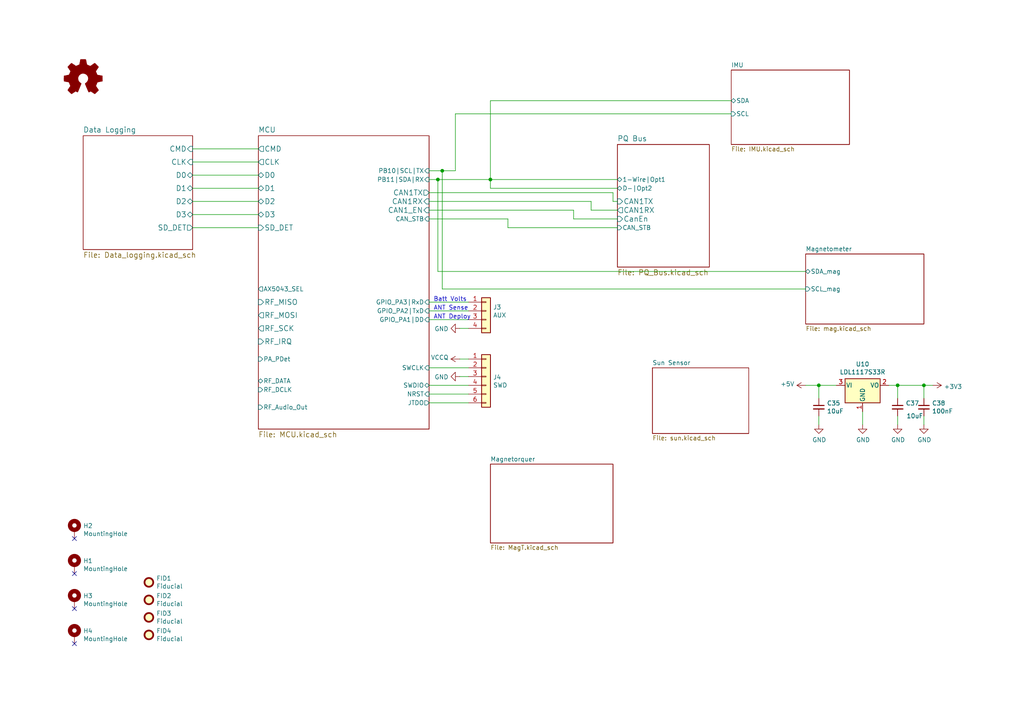
<source format=kicad_sch>
(kicad_sch (version 20230121) (generator eeschema)

  (uuid 619b49ed-1bcd-4c84-8c0f-98372f01728f)

  (paper "A4")

  (title_block
    (title "PQ9ISH COMMS V/U")
    (date "2022-09-30")
    (rev "${version}")
    (company "Libre Space Foundation")
    (comment 1 " CERN OHLv1.2")
  )

  (lib_symbols
    (symbol "Connector_Generic:Conn_01x04" (pin_names (offset 1.016) hide) (in_bom yes) (on_board yes)
      (property "Reference" "J" (at 0 5.08 0)
        (effects (font (size 1.27 1.27)))
      )
      (property "Value" "Conn_01x04" (at 0 -7.62 0)
        (effects (font (size 1.27 1.27)))
      )
      (property "Footprint" "" (at 0 0 0)
        (effects (font (size 1.27 1.27)) hide)
      )
      (property "Datasheet" "~" (at 0 0 0)
        (effects (font (size 1.27 1.27)) hide)
      )
      (property "ki_keywords" "connector" (at 0 0 0)
        (effects (font (size 1.27 1.27)) hide)
      )
      (property "ki_description" "Generic connector, single row, 01x04, script generated (kicad-library-utils/schlib/autogen/connector/)" (at 0 0 0)
        (effects (font (size 1.27 1.27)) hide)
      )
      (property "ki_fp_filters" "Connector*:*_1x??_*" (at 0 0 0)
        (effects (font (size 1.27 1.27)) hide)
      )
      (symbol "Conn_01x04_1_1"
        (rectangle (start -1.27 -4.953) (end 0 -5.207)
          (stroke (width 0.1524) (type default))
          (fill (type none))
        )
        (rectangle (start -1.27 -2.413) (end 0 -2.667)
          (stroke (width 0.1524) (type default))
          (fill (type none))
        )
        (rectangle (start -1.27 0.127) (end 0 -0.127)
          (stroke (width 0.1524) (type default))
          (fill (type none))
        )
        (rectangle (start -1.27 2.667) (end 0 2.413)
          (stroke (width 0.1524) (type default))
          (fill (type none))
        )
        (rectangle (start -1.27 3.81) (end 1.27 -6.35)
          (stroke (width 0.254) (type default))
          (fill (type background))
        )
        (pin passive line (at -5.08 2.54 0) (length 3.81)
          (name "Pin_1" (effects (font (size 1.27 1.27))))
          (number "1" (effects (font (size 1.27 1.27))))
        )
        (pin passive line (at -5.08 0 0) (length 3.81)
          (name "Pin_2" (effects (font (size 1.27 1.27))))
          (number "2" (effects (font (size 1.27 1.27))))
        )
        (pin passive line (at -5.08 -2.54 0) (length 3.81)
          (name "Pin_3" (effects (font (size 1.27 1.27))))
          (number "3" (effects (font (size 1.27 1.27))))
        )
        (pin passive line (at -5.08 -5.08 0) (length 3.81)
          (name "Pin_4" (effects (font (size 1.27 1.27))))
          (number "4" (effects (font (size 1.27 1.27))))
        )
      )
    )
    (symbol "Connector_Generic:Conn_01x06" (pin_names (offset 1.016) hide) (in_bom yes) (on_board yes)
      (property "Reference" "J" (at 0 7.62 0)
        (effects (font (size 1.27 1.27)))
      )
      (property "Value" "Conn_01x06" (at 0 -10.16 0)
        (effects (font (size 1.27 1.27)))
      )
      (property "Footprint" "" (at 0 0 0)
        (effects (font (size 1.27 1.27)) hide)
      )
      (property "Datasheet" "~" (at 0 0 0)
        (effects (font (size 1.27 1.27)) hide)
      )
      (property "ki_keywords" "connector" (at 0 0 0)
        (effects (font (size 1.27 1.27)) hide)
      )
      (property "ki_description" "Generic connector, single row, 01x06, script generated (kicad-library-utils/schlib/autogen/connector/)" (at 0 0 0)
        (effects (font (size 1.27 1.27)) hide)
      )
      (property "ki_fp_filters" "Connector*:*_1x??_*" (at 0 0 0)
        (effects (font (size 1.27 1.27)) hide)
      )
      (symbol "Conn_01x06_1_1"
        (rectangle (start -1.27 -7.493) (end 0 -7.747)
          (stroke (width 0.1524) (type default))
          (fill (type none))
        )
        (rectangle (start -1.27 -4.953) (end 0 -5.207)
          (stroke (width 0.1524) (type default))
          (fill (type none))
        )
        (rectangle (start -1.27 -2.413) (end 0 -2.667)
          (stroke (width 0.1524) (type default))
          (fill (type none))
        )
        (rectangle (start -1.27 0.127) (end 0 -0.127)
          (stroke (width 0.1524) (type default))
          (fill (type none))
        )
        (rectangle (start -1.27 2.667) (end 0 2.413)
          (stroke (width 0.1524) (type default))
          (fill (type none))
        )
        (rectangle (start -1.27 5.207) (end 0 4.953)
          (stroke (width 0.1524) (type default))
          (fill (type none))
        )
        (rectangle (start -1.27 6.35) (end 1.27 -8.89)
          (stroke (width 0.254) (type default))
          (fill (type background))
        )
        (pin passive line (at -5.08 5.08 0) (length 3.81)
          (name "Pin_1" (effects (font (size 1.27 1.27))))
          (number "1" (effects (font (size 1.27 1.27))))
        )
        (pin passive line (at -5.08 2.54 0) (length 3.81)
          (name "Pin_2" (effects (font (size 1.27 1.27))))
          (number "2" (effects (font (size 1.27 1.27))))
        )
        (pin passive line (at -5.08 0 0) (length 3.81)
          (name "Pin_3" (effects (font (size 1.27 1.27))))
          (number "3" (effects (font (size 1.27 1.27))))
        )
        (pin passive line (at -5.08 -2.54 0) (length 3.81)
          (name "Pin_4" (effects (font (size 1.27 1.27))))
          (number "4" (effects (font (size 1.27 1.27))))
        )
        (pin passive line (at -5.08 -5.08 0) (length 3.81)
          (name "Pin_5" (effects (font (size 1.27 1.27))))
          (number "5" (effects (font (size 1.27 1.27))))
        )
        (pin passive line (at -5.08 -7.62 0) (length 3.81)
          (name "Pin_6" (effects (font (size 1.27 1.27))))
          (number "6" (effects (font (size 1.27 1.27))))
        )
      )
    )
    (symbol "Device:C_Small" (pin_numbers hide) (pin_names (offset 0.254) hide) (in_bom yes) (on_board yes)
      (property "Reference" "C" (at 0.254 1.778 0)
        (effects (font (size 1.27 1.27)) (justify left))
      )
      (property "Value" "C_Small" (at 0.254 -2.032 0)
        (effects (font (size 1.27 1.27)) (justify left))
      )
      (property "Footprint" "" (at 0 0 0)
        (effects (font (size 1.27 1.27)) hide)
      )
      (property "Datasheet" "~" (at 0 0 0)
        (effects (font (size 1.27 1.27)) hide)
      )
      (property "ki_keywords" "capacitor cap" (at 0 0 0)
        (effects (font (size 1.27 1.27)) hide)
      )
      (property "ki_description" "Unpolarized capacitor, small symbol" (at 0 0 0)
        (effects (font (size 1.27 1.27)) hide)
      )
      (property "ki_fp_filters" "C_*" (at 0 0 0)
        (effects (font (size 1.27 1.27)) hide)
      )
      (symbol "C_Small_0_1"
        (polyline
          (pts
            (xy -1.524 -0.508)
            (xy 1.524 -0.508)
          )
          (stroke (width 0.3302) (type default))
          (fill (type none))
        )
        (polyline
          (pts
            (xy -1.524 0.508)
            (xy 1.524 0.508)
          )
          (stroke (width 0.3048) (type default))
          (fill (type none))
        )
      )
      (symbol "C_Small_1_1"
        (pin passive line (at 0 2.54 270) (length 2.032)
          (name "~" (effects (font (size 1.27 1.27))))
          (number "1" (effects (font (size 1.27 1.27))))
        )
        (pin passive line (at 0 -2.54 90) (length 2.032)
          (name "~" (effects (font (size 1.27 1.27))))
          (number "2" (effects (font (size 1.27 1.27))))
        )
      )
    )
    (symbol "Graphic:Logo_Open_Hardware_Small" (pin_names (offset 1.016)) (in_bom yes) (on_board yes)
      (property "Reference" "#LOGO" (at 0 6.985 0)
        (effects (font (size 1.27 1.27)) hide)
      )
      (property "Value" "Logo_Open_Hardware_Small" (at 0 -5.715 0)
        (effects (font (size 1.27 1.27)) hide)
      )
      (property "Footprint" "" (at 0 0 0)
        (effects (font (size 1.27 1.27)) hide)
      )
      (property "Datasheet" "~" (at 0 0 0)
        (effects (font (size 1.27 1.27)) hide)
      )
      (property "ki_keywords" "Logo" (at 0 0 0)
        (effects (font (size 1.27 1.27)) hide)
      )
      (property "ki_description" "Open Hardware logo, small" (at 0 0 0)
        (effects (font (size 1.27 1.27)) hide)
      )
      (symbol "Logo_Open_Hardware_Small_0_1"
        (polyline
          (pts
            (xy 3.3528 -4.3434)
            (xy 3.302 -4.318)
            (xy 3.175 -4.2418)
            (xy 2.9972 -4.1148)
            (xy 2.7686 -3.9624)
            (xy 2.54 -3.81)
            (xy 2.3622 -3.7084)
            (xy 2.2352 -3.6068)
            (xy 2.1844 -3.5814)
            (xy 2.159 -3.6068)
            (xy 2.0574 -3.6576)
            (xy 1.905 -3.7338)
            (xy 1.8034 -3.7846)
            (xy 1.6764 -3.8354)
            (xy 1.6002 -3.8354)
            (xy 1.6002 -3.8354)
            (xy 1.5494 -3.7338)
            (xy 1.4732 -3.5306)
            (xy 1.3462 -3.302)
            (xy 1.2446 -3.0226)
            (xy 1.1176 -2.7178)
            (xy 0.9652 -2.413)
            (xy 0.8636 -2.1082)
            (xy 0.7366 -1.8288)
            (xy 0.6604 -1.6256)
            (xy 0.6096 -1.4732)
            (xy 0.5842 -1.397)
            (xy 0.5842 -1.397)
            (xy 0.6604 -1.3208)
            (xy 0.7874 -1.2446)
            (xy 1.0414 -1.016)
            (xy 1.2954 -0.6858)
            (xy 1.4478 -0.3302)
            (xy 1.524 0.0762)
            (xy 1.4732 0.4572)
            (xy 1.3208 0.8128)
            (xy 1.0668 1.143)
            (xy 0.762 1.3716)
            (xy 0.4064 1.524)
            (xy 0 1.5748)
            (xy -0.381 1.5494)
            (xy -0.7366 1.397)
            (xy -1.0668 1.143)
            (xy -1.2192 0.9906)
            (xy -1.397 0.6604)
            (xy -1.524 0.3048)
            (xy -1.524 0.2286)
            (xy -1.4986 -0.1778)
            (xy -1.397 -0.5334)
            (xy -1.1938 -0.8636)
            (xy -0.9144 -1.143)
            (xy -0.8636 -1.1684)
            (xy -0.7366 -1.27)
            (xy -0.635 -1.3462)
            (xy -0.5842 -1.397)
            (xy -1.0668 -2.5908)
            (xy -1.143 -2.794)
            (xy -1.2954 -3.1242)
            (xy -1.397 -3.4036)
            (xy -1.4986 -3.6322)
            (xy -1.5748 -3.7846)
            (xy -1.6002 -3.8354)
            (xy -1.6002 -3.8354)
            (xy -1.651 -3.8354)
            (xy -1.7272 -3.81)
            (xy -1.905 -3.7338)
            (xy -2.0066 -3.683)
            (xy -2.1336 -3.6068)
            (xy -2.2098 -3.5814)
            (xy -2.2606 -3.6068)
            (xy -2.3622 -3.683)
            (xy -2.54 -3.81)
            (xy -2.7686 -3.9624)
            (xy -2.9718 -4.0894)
            (xy -3.1496 -4.2164)
            (xy -3.302 -4.318)
            (xy -3.3528 -4.3434)
            (xy -3.3782 -4.3434)
            (xy -3.429 -4.318)
            (xy -3.5306 -4.2164)
            (xy -3.7084 -4.064)
            (xy -3.937 -3.8354)
            (xy -3.9624 -3.81)
            (xy -4.1656 -3.6068)
            (xy -4.318 -3.4544)
            (xy -4.4196 -3.3274)
            (xy -4.445 -3.2766)
            (xy -4.445 -3.2766)
            (xy -4.4196 -3.2258)
            (xy -4.318 -3.0734)
            (xy -4.2164 -2.8956)
            (xy -4.064 -2.667)
            (xy -3.6576 -2.0828)
            (xy -3.8862 -1.5494)
            (xy -3.937 -1.3716)
            (xy -4.0386 -1.1684)
            (xy -4.0894 -1.0414)
            (xy -4.1148 -0.9652)
            (xy -4.191 -0.9398)
            (xy -4.318 -0.9144)
            (xy -4.5466 -0.8636)
            (xy -4.8006 -0.8128)
            (xy -5.0546 -0.7874)
            (xy -5.2578 -0.7366)
            (xy -5.4356 -0.7112)
            (xy -5.5118 -0.6858)
            (xy -5.5118 -0.6858)
            (xy -5.5372 -0.635)
            (xy -5.5372 -0.5588)
            (xy -5.5372 -0.4318)
            (xy -5.5626 -0.2286)
            (xy -5.5626 0.0762)
            (xy -5.5626 0.127)
            (xy -5.5372 0.4064)
            (xy -5.5372 0.635)
            (xy -5.5372 0.762)
            (xy -5.5372 0.8382)
            (xy -5.5372 0.8382)
            (xy -5.461 0.8382)
            (xy -5.3086 0.889)
            (xy -5.08 0.9144)
            (xy -4.826 0.9652)
            (xy -4.8006 0.9906)
            (xy -4.5466 1.0414)
            (xy -4.318 1.0668)
            (xy -4.1656 1.1176)
            (xy -4.0894 1.143)
            (xy -4.0894 1.143)
            (xy -4.0386 1.2446)
            (xy -3.9624 1.4224)
            (xy -3.8608 1.6256)
            (xy -3.7846 1.8288)
            (xy -3.7084 2.0066)
            (xy -3.6576 2.159)
            (xy -3.6322 2.2098)
            (xy -3.6322 2.2098)
            (xy -3.683 2.286)
            (xy -3.7592 2.413)
            (xy -3.8862 2.5908)
            (xy -4.064 2.8194)
            (xy -4.064 2.8448)
            (xy -4.2164 3.0734)
            (xy -4.3434 3.2512)
            (xy -4.4196 3.3782)
            (xy -4.445 3.4544)
            (xy -4.445 3.4544)
            (xy -4.3942 3.5052)
            (xy -4.2926 3.6322)
            (xy -4.1148 3.81)
            (xy -3.937 4.0132)
            (xy -3.8608 4.064)
            (xy -3.6576 4.2926)
            (xy -3.5052 4.4196)
            (xy -3.4036 4.4958)
            (xy -3.3528 4.5212)
            (xy -3.3528 4.5212)
            (xy -3.302 4.4704)
            (xy -3.1496 4.3688)
            (xy -2.9718 4.2418)
            (xy -2.7432 4.0894)
            (xy -2.7178 4.0894)
            (xy -2.4892 3.937)
            (xy -2.3114 3.81)
            (xy -2.1844 3.7084)
            (xy -2.1336 3.683)
            (xy -2.1082 3.683)
            (xy -2.032 3.7084)
            (xy -1.8542 3.7592)
            (xy -1.6764 3.8354)
            (xy -1.4732 3.937)
            (xy -1.27 4.0132)
            (xy -1.143 4.064)
            (xy -1.0668 4.1148)
            (xy -1.0668 4.1148)
            (xy -1.0414 4.191)
            (xy -1.016 4.3434)
            (xy -0.9652 4.572)
            (xy -0.9144 4.8514)
            (xy -0.889 4.9022)
            (xy -0.8382 5.1562)
            (xy -0.8128 5.3848)
            (xy -0.7874 5.5372)
            (xy -0.762 5.588)
            (xy -0.7112 5.6134)
            (xy -0.5842 5.6134)
            (xy -0.4064 5.6134)
            (xy -0.1524 5.6134)
            (xy 0.0762 5.6134)
            (xy 0.3302 5.6134)
            (xy 0.5334 5.6134)
            (xy 0.6858 5.588)
            (xy 0.7366 5.588)
            (xy 0.7366 5.588)
            (xy 0.762 5.5118)
            (xy 0.8128 5.334)
            (xy 0.8382 5.1054)
            (xy 0.9144 4.826)
            (xy 0.9144 4.7752)
            (xy 0.9652 4.5212)
            (xy 1.016 4.2926)
            (xy 1.0414 4.1402)
            (xy 1.0668 4.0894)
            (xy 1.0668 4.0894)
            (xy 1.1938 4.0386)
            (xy 1.3716 3.9624)
            (xy 1.5748 3.8608)
            (xy 2.0828 3.6576)
            (xy 2.7178 4.0894)
            (xy 2.7686 4.1402)
            (xy 2.9972 4.2926)
            (xy 3.175 4.4196)
            (xy 3.302 4.4958)
            (xy 3.3782 4.5212)
            (xy 3.3782 4.5212)
            (xy 3.429 4.4704)
            (xy 3.556 4.3434)
            (xy 3.7338 4.191)
            (xy 3.9116 3.9878)
            (xy 4.064 3.8354)
            (xy 4.2418 3.6576)
            (xy 4.3434 3.556)
            (xy 4.4196 3.4798)
            (xy 4.4196 3.429)
            (xy 4.4196 3.4036)
            (xy 4.3942 3.3274)
            (xy 4.2926 3.2004)
            (xy 4.1656 2.9972)
            (xy 4.0132 2.794)
            (xy 3.8862 2.5908)
            (xy 3.7592 2.3876)
            (xy 3.6576 2.2352)
            (xy 3.6322 2.159)
            (xy 3.6322 2.1336)
            (xy 3.683 2.0066)
            (xy 3.7592 1.8288)
            (xy 3.8608 1.6002)
            (xy 4.064 1.1176)
            (xy 4.3942 1.0414)
            (xy 4.5974 1.016)
            (xy 4.8768 0.9652)
            (xy 5.1308 0.9144)
            (xy 5.5372 0.8382)
            (xy 5.5626 -0.6604)
            (xy 5.4864 -0.6858)
            (xy 5.4356 -0.6858)
            (xy 5.2832 -0.7366)
            (xy 5.0546 -0.762)
            (xy 4.8006 -0.8128)
            (xy 4.5974 -0.8636)
            (xy 4.3688 -0.9144)
            (xy 4.2164 -0.9398)
            (xy 4.1402 -0.9398)
            (xy 4.1148 -0.9652)
            (xy 4.064 -1.0668)
            (xy 3.9878 -1.2446)
            (xy 3.9116 -1.4478)
            (xy 3.81 -1.651)
            (xy 3.7338 -1.8542)
            (xy 3.683 -2.0066)
            (xy 3.6576 -2.0828)
            (xy 3.683 -2.1336)
            (xy 3.7846 -2.2606)
            (xy 3.8862 -2.4638)
            (xy 4.0386 -2.667)
            (xy 4.191 -2.8956)
            (xy 4.318 -3.0734)
            (xy 4.3942 -3.2004)
            (xy 4.445 -3.2766)
            (xy 4.4196 -3.3274)
            (xy 4.3434 -3.429)
            (xy 4.1656 -3.5814)
            (xy 3.937 -3.8354)
            (xy 3.8862 -3.8608)
            (xy 3.683 -4.064)
            (xy 3.5306 -4.2164)
            (xy 3.4036 -4.318)
            (xy 3.3528 -4.3434)
          )
          (stroke (width 0) (type default))
          (fill (type outline))
        )
      )
    )
    (symbol "Mechanical:Fiducial" (in_bom yes) (on_board yes)
      (property "Reference" "FID" (at 0 5.08 0)
        (effects (font (size 1.27 1.27)))
      )
      (property "Value" "Fiducial" (at 0 3.175 0)
        (effects (font (size 1.27 1.27)))
      )
      (property "Footprint" "" (at 0 0 0)
        (effects (font (size 1.27 1.27)) hide)
      )
      (property "Datasheet" "~" (at 0 0 0)
        (effects (font (size 1.27 1.27)) hide)
      )
      (property "ki_keywords" "fiducial marker" (at 0 0 0)
        (effects (font (size 1.27 1.27)) hide)
      )
      (property "ki_description" "Fiducial Marker" (at 0 0 0)
        (effects (font (size 1.27 1.27)) hide)
      )
      (property "ki_fp_filters" "Fiducial*" (at 0 0 0)
        (effects (font (size 1.27 1.27)) hide)
      )
      (symbol "Fiducial_0_1"
        (circle (center 0 0) (radius 1.27)
          (stroke (width 0.508) (type default))
          (fill (type background))
        )
      )
    )
    (symbol "Mechanical:MountingHole_Pad" (pin_numbers hide) (pin_names (offset 1.016) hide) (in_bom yes) (on_board yes)
      (property "Reference" "H" (at 0 6.35 0)
        (effects (font (size 1.27 1.27)))
      )
      (property "Value" "MountingHole_Pad" (at 0 4.445 0)
        (effects (font (size 1.27 1.27)))
      )
      (property "Footprint" "" (at 0 0 0)
        (effects (font (size 1.27 1.27)) hide)
      )
      (property "Datasheet" "~" (at 0 0 0)
        (effects (font (size 1.27 1.27)) hide)
      )
      (property "ki_keywords" "mounting hole" (at 0 0 0)
        (effects (font (size 1.27 1.27)) hide)
      )
      (property "ki_description" "Mounting Hole with connection" (at 0 0 0)
        (effects (font (size 1.27 1.27)) hide)
      )
      (property "ki_fp_filters" "MountingHole*Pad*" (at 0 0 0)
        (effects (font (size 1.27 1.27)) hide)
      )
      (symbol "MountingHole_Pad_0_1"
        (circle (center 0 1.27) (radius 1.27)
          (stroke (width 1.27) (type default))
          (fill (type none))
        )
      )
      (symbol "MountingHole_Pad_1_1"
        (pin input line (at 0 -2.54 90) (length 2.54)
          (name "1" (effects (font (size 1.27 1.27))))
          (number "1" (effects (font (size 1.27 1.27))))
        )
      )
    )
    (symbol "Regulator_Linear:LM1117-3.3" (pin_names (offset 0.254)) (in_bom yes) (on_board yes)
      (property "Reference" "U" (at -3.81 3.175 0)
        (effects (font (size 1.27 1.27)))
      )
      (property "Value" "LM1117-3.3" (at 0 3.175 0)
        (effects (font (size 1.27 1.27)) (justify left))
      )
      (property "Footprint" "" (at 0 0 0)
        (effects (font (size 1.27 1.27)) hide)
      )
      (property "Datasheet" "http://www.ti.com/lit/ds/symlink/lm1117.pdf" (at 0 0 0)
        (effects (font (size 1.27 1.27)) hide)
      )
      (property "ki_keywords" "linear regulator ldo fixed positive" (at 0 0 0)
        (effects (font (size 1.27 1.27)) hide)
      )
      (property "ki_description" "800mA Low-Dropout Linear Regulator, 3.3V fixed output, TO-220/TO-252/TO-263/SOT-223" (at 0 0 0)
        (effects (font (size 1.27 1.27)) hide)
      )
      (property "ki_fp_filters" "SOT?223* TO?263* TO?252* TO?220*" (at 0 0 0)
        (effects (font (size 1.27 1.27)) hide)
      )
      (symbol "LM1117-3.3_0_1"
        (rectangle (start -5.08 -5.08) (end 5.08 1.905)
          (stroke (width 0.254) (type default))
          (fill (type background))
        )
      )
      (symbol "LM1117-3.3_1_1"
        (pin power_in line (at 0 -7.62 90) (length 2.54)
          (name "GND" (effects (font (size 1.27 1.27))))
          (number "1" (effects (font (size 1.27 1.27))))
        )
        (pin power_out line (at 7.62 0 180) (length 2.54)
          (name "VO" (effects (font (size 1.27 1.27))))
          (number "2" (effects (font (size 1.27 1.27))))
        )
        (pin power_in line (at -7.62 0 0) (length 2.54)
          (name "VI" (effects (font (size 1.27 1.27))))
          (number "3" (effects (font (size 1.27 1.27))))
        )
      )
    )
    (symbol "power:+3.3V" (power) (pin_names (offset 0)) (in_bom yes) (on_board yes)
      (property "Reference" "#PWR" (at 0 -3.81 0)
        (effects (font (size 1.27 1.27)) hide)
      )
      (property "Value" "+3.3V" (at 0 3.556 0)
        (effects (font (size 1.27 1.27)))
      )
      (property "Footprint" "" (at 0 0 0)
        (effects (font (size 1.27 1.27)) hide)
      )
      (property "Datasheet" "" (at 0 0 0)
        (effects (font (size 1.27 1.27)) hide)
      )
      (property "ki_keywords" "power-flag" (at 0 0 0)
        (effects (font (size 1.27 1.27)) hide)
      )
      (property "ki_description" "Power symbol creates a global label with name \"+3.3V\"" (at 0 0 0)
        (effects (font (size 1.27 1.27)) hide)
      )
      (symbol "+3.3V_0_1"
        (polyline
          (pts
            (xy -0.762 1.27)
            (xy 0 2.54)
          )
          (stroke (width 0) (type default))
          (fill (type none))
        )
        (polyline
          (pts
            (xy 0 0)
            (xy 0 2.54)
          )
          (stroke (width 0) (type default))
          (fill (type none))
        )
        (polyline
          (pts
            (xy 0 2.54)
            (xy 0.762 1.27)
          )
          (stroke (width 0) (type default))
          (fill (type none))
        )
      )
      (symbol "+3.3V_1_1"
        (pin power_in line (at 0 0 90) (length 0) hide
          (name "+3V3" (effects (font (size 1.27 1.27))))
          (number "1" (effects (font (size 1.27 1.27))))
        )
      )
    )
    (symbol "power:+5V" (power) (pin_names (offset 0)) (in_bom yes) (on_board yes)
      (property "Reference" "#PWR" (at 0 -3.81 0)
        (effects (font (size 1.27 1.27)) hide)
      )
      (property "Value" "+5V" (at 0 3.556 0)
        (effects (font (size 1.27 1.27)))
      )
      (property "Footprint" "" (at 0 0 0)
        (effects (font (size 1.27 1.27)) hide)
      )
      (property "Datasheet" "" (at 0 0 0)
        (effects (font (size 1.27 1.27)) hide)
      )
      (property "ki_keywords" "power-flag" (at 0 0 0)
        (effects (font (size 1.27 1.27)) hide)
      )
      (property "ki_description" "Power symbol creates a global label with name \"+5V\"" (at 0 0 0)
        (effects (font (size 1.27 1.27)) hide)
      )
      (symbol "+5V_0_1"
        (polyline
          (pts
            (xy -0.762 1.27)
            (xy 0 2.54)
          )
          (stroke (width 0) (type default))
          (fill (type none))
        )
        (polyline
          (pts
            (xy 0 0)
            (xy 0 2.54)
          )
          (stroke (width 0) (type default))
          (fill (type none))
        )
        (polyline
          (pts
            (xy 0 2.54)
            (xy 0.762 1.27)
          )
          (stroke (width 0) (type default))
          (fill (type none))
        )
      )
      (symbol "+5V_1_1"
        (pin power_in line (at 0 0 90) (length 0) hide
          (name "+5V" (effects (font (size 1.27 1.27))))
          (number "1" (effects (font (size 1.27 1.27))))
        )
      )
    )
    (symbol "power:GND" (power) (pin_names (offset 0)) (in_bom yes) (on_board yes)
      (property "Reference" "#PWR" (at 0 -6.35 0)
        (effects (font (size 1.27 1.27)) hide)
      )
      (property "Value" "GND" (at 0 -3.81 0)
        (effects (font (size 1.27 1.27)))
      )
      (property "Footprint" "" (at 0 0 0)
        (effects (font (size 1.27 1.27)) hide)
      )
      (property "Datasheet" "" (at 0 0 0)
        (effects (font (size 1.27 1.27)) hide)
      )
      (property "ki_keywords" "power-flag" (at 0 0 0)
        (effects (font (size 1.27 1.27)) hide)
      )
      (property "ki_description" "Power symbol creates a global label with name \"GND\" , ground" (at 0 0 0)
        (effects (font (size 1.27 1.27)) hide)
      )
      (symbol "GND_0_1"
        (polyline
          (pts
            (xy 0 0)
            (xy 0 -1.27)
            (xy 1.27 -1.27)
            (xy 0 -2.54)
            (xy -1.27 -1.27)
            (xy 0 -1.27)
          )
          (stroke (width 0) (type default))
          (fill (type none))
        )
      )
      (symbol "GND_1_1"
        (pin power_in line (at 0 0 270) (length 0) hide
          (name "GND" (effects (font (size 1.27 1.27))))
          (number "1" (effects (font (size 1.27 1.27))))
        )
      )
    )
    (symbol "power:VCCQ" (power) (pin_names (offset 0)) (in_bom yes) (on_board yes)
      (property "Reference" "#PWR" (at 0 -3.81 0)
        (effects (font (size 1.27 1.27)) hide)
      )
      (property "Value" "VCCQ" (at 0 3.81 0)
        (effects (font (size 1.27 1.27)))
      )
      (property "Footprint" "" (at 0 0 0)
        (effects (font (size 1.27 1.27)) hide)
      )
      (property "Datasheet" "" (at 0 0 0)
        (effects (font (size 1.27 1.27)) hide)
      )
      (property "ki_keywords" "power-flag" (at 0 0 0)
        (effects (font (size 1.27 1.27)) hide)
      )
      (property "ki_description" "Power symbol creates a global label with name \"VCCQ\"" (at 0 0 0)
        (effects (font (size 1.27 1.27)) hide)
      )
      (symbol "VCCQ_0_1"
        (polyline
          (pts
            (xy -0.762 1.27)
            (xy 0 2.54)
          )
          (stroke (width 0) (type default))
          (fill (type none))
        )
        (polyline
          (pts
            (xy 0 0)
            (xy 0 2.54)
          )
          (stroke (width 0) (type default))
          (fill (type none))
        )
        (polyline
          (pts
            (xy 0 2.54)
            (xy 0.762 1.27)
          )
          (stroke (width 0) (type default))
          (fill (type none))
        )
      )
      (symbol "VCCQ_1_1"
        (pin power_in line (at 0 0 90) (length 0) hide
          (name "VCCQ" (effects (font (size 1.27 1.27))))
          (number "1" (effects (font (size 1.27 1.27))))
        )
      )
    )
  )

  (junction (at 128.27 49.53) (diameter 0) (color 0 0 0 0)
    (uuid 4ed587ba-1d0a-400c-9839-0ecb356a98e9)
  )
  (junction (at 142.24 52.07) (diameter 0) (color 0 0 0 0)
    (uuid 5f51fe98-04f0-417a-9557-833e06f1d813)
  )
  (junction (at 260.35 111.76) (diameter 0) (color 0 0 0 0)
    (uuid 71b2d736-65b1-4f66-9853-c8a959771819)
  )
  (junction (at 237.49 111.76) (diameter 0) (color 0 0 0 0)
    (uuid 92956a75-4292-4e68-ac53-1cd4f8e489ce)
  )
  (junction (at 267.97 111.76) (diameter 0) (color 0 0 0 0)
    (uuid 95a5da8c-f115-4392-ab40-1ed4e8ba026a)
  )
  (junction (at 127 52.07) (diameter 0) (color 0 0 0 0)
    (uuid d48060f3-896a-4429-9691-82748a3283be)
  )

  (no_connect (at 21.59 166.37) (uuid 261eb779-c1c8-4cea-9fba-280a67c89b40))
  (no_connect (at 21.59 176.53) (uuid 2cf89479-d94b-4082-b4bd-f60d146ccff0))
  (no_connect (at 21.59 186.69) (uuid 2cf89479-d94b-4082-b4bd-f60d146ccff1))
  (no_connect (at 21.59 156.21) (uuid c9b398dd-c820-490f-afc0-f9123254e05f))

  (wire (pts (xy 142.24 52.07) (xy 179.07 52.07))
    (stroke (width 0) (type default))
    (uuid 07a341e7-c278-4001-ad7e-4332bada584b)
  )
  (wire (pts (xy 135.89 106.68) (xy 124.46 106.68))
    (stroke (width 0) (type default))
    (uuid 0beb080e-f0ff-4c76-a492-08fc16a3cc27)
  )
  (wire (pts (xy 132.08 33.02) (xy 132.08 49.53))
    (stroke (width 0) (type default))
    (uuid 136b40c4-99bb-4fa5-851c-b172fd4f64dd)
  )
  (wire (pts (xy 237.49 115.57) (xy 237.49 111.76))
    (stroke (width 0) (type default))
    (uuid 163f49c2-60cf-47a3-bcae-83fc8f0cd615)
  )
  (wire (pts (xy 142.24 29.21) (xy 212.09 29.21))
    (stroke (width 0) (type default))
    (uuid 1ccc3439-bdd2-405a-9e7d-2106cfddf222)
  )
  (wire (pts (xy 250.19 119.38) (xy 250.19 123.19))
    (stroke (width 0) (type default))
    (uuid 2096ace2-93f4-416d-8a0c-50f43c0301e4)
  )
  (wire (pts (xy 135.89 90.17) (xy 124.46 90.17))
    (stroke (width 0) (type default))
    (uuid 23673afe-f327-42ca-99ec-c8677dadf98d)
  )
  (wire (pts (xy 55.88 50.8) (xy 74.93 50.8))
    (stroke (width 0) (type default))
    (uuid 279954eb-3a72-4bb6-ae0b-d7da4b77290f)
  )
  (wire (pts (xy 124.46 87.63) (xy 135.89 87.63))
    (stroke (width 0) (type default))
    (uuid 3161ea4c-1b13-4956-a99c-4d0390b6efa0)
  )
  (wire (pts (xy 171.45 58.42) (xy 171.45 60.96))
    (stroke (width 0) (type default))
    (uuid 34913a2b-7010-4242-b351-308c7e0f4a29)
  )
  (wire (pts (xy 267.97 111.76) (xy 270.51 111.76))
    (stroke (width 0) (type default))
    (uuid 3526bf93-5654-4db0-a987-4548c9e52e36)
  )
  (wire (pts (xy 233.68 111.76) (xy 237.49 111.76))
    (stroke (width 0) (type default))
    (uuid 388d35ca-1c29-4eac-9eff-d5a0be7f44df)
  )
  (wire (pts (xy 177.8 55.88) (xy 177.8 58.42))
    (stroke (width 0) (type default))
    (uuid 3a0badb4-d903-439d-8e9f-5af35c7a86e7)
  )
  (wire (pts (xy 124.46 111.76) (xy 135.89 111.76))
    (stroke (width 0) (type default))
    (uuid 3c4aa2c1-688d-4bae-98cc-2829c57cab50)
  )
  (wire (pts (xy 237.49 120.65) (xy 237.49 123.19))
    (stroke (width 0) (type default))
    (uuid 3d542ce7-1858-486a-932a-187365c5ab15)
  )
  (wire (pts (xy 237.49 111.76) (xy 242.57 111.76))
    (stroke (width 0) (type default))
    (uuid 49c9885c-53df-44bb-8b36-ce1f80701501)
  )
  (wire (pts (xy 133.35 109.22) (xy 135.89 109.22))
    (stroke (width 0) (type default))
    (uuid 549ea2e3-bf79-4f39-9fb8-4ddf45f04001)
  )
  (wire (pts (xy 124.46 60.96) (xy 166.37 60.96))
    (stroke (width 0) (type default))
    (uuid 579085a0-3da7-4221-9ff5-6c542b75df6b)
  )
  (wire (pts (xy 135.89 114.3) (xy 124.46 114.3))
    (stroke (width 0) (type default))
    (uuid 58463033-c875-408c-8d76-657dd1756cde)
  )
  (wire (pts (xy 171.45 60.96) (xy 179.07 60.96))
    (stroke (width 0) (type default))
    (uuid 5e63ad9a-8ff8-4be5-b9bd-06ec852169a1)
  )
  (wire (pts (xy 133.35 104.14) (xy 135.89 104.14))
    (stroke (width 0) (type default))
    (uuid 6088e2ca-9161-493c-a30f-45fe48f4132c)
  )
  (wire (pts (xy 142.24 54.61) (xy 142.24 52.07))
    (stroke (width 0) (type default))
    (uuid 60a67a72-d363-4f34-b71e-29870bdad5c3)
  )
  (wire (pts (xy 55.88 62.23) (xy 74.93 62.23))
    (stroke (width 0) (type default))
    (uuid 65bb3464-5b71-4067-8d4f-755bd5b003ff)
  )
  (wire (pts (xy 267.97 115.57) (xy 267.97 111.76))
    (stroke (width 0) (type default))
    (uuid 677bcc6c-e829-4843-8cd1-9a05c48c08e4)
  )
  (wire (pts (xy 127 78.74) (xy 127 52.07))
    (stroke (width 0) (type default))
    (uuid 68df7996-7df0-4fd0-8425-ad6409c6fb4a)
  )
  (wire (pts (xy 124.46 55.88) (xy 177.8 55.88))
    (stroke (width 0) (type default))
    (uuid 699e47e0-2526-43f7-b8bc-d8a7cce3065c)
  )
  (wire (pts (xy 135.89 116.84) (xy 124.46 116.84))
    (stroke (width 0) (type default))
    (uuid 6a00a845-b6ec-4d91-89df-16e65dece93b)
  )
  (wire (pts (xy 124.46 58.42) (xy 171.45 58.42))
    (stroke (width 0) (type default))
    (uuid 6b970119-2342-4076-b146-166ae1cd1184)
  )
  (wire (pts (xy 74.93 46.99) (xy 55.88 46.99))
    (stroke (width 0) (type default))
    (uuid 6bfab059-d4c6-4cd8-b67f-2586d03aef45)
  )
  (wire (pts (xy 128.27 49.53) (xy 132.08 49.53))
    (stroke (width 0) (type default))
    (uuid 70f80314-60e1-4469-923f-5309c0b9d038)
  )
  (wire (pts (xy 133.35 95.25) (xy 135.89 95.25))
    (stroke (width 0) (type default))
    (uuid 723004af-a71f-4b65-8781-f318f64bf310)
  )
  (wire (pts (xy 124.46 49.53) (xy 128.27 49.53))
    (stroke (width 0) (type default))
    (uuid 75321982-295a-4d7e-87f4-3d4d8a56404d)
  )
  (wire (pts (xy 166.37 63.5) (xy 179.07 63.5))
    (stroke (width 0) (type default))
    (uuid 7c4f79f6-4e65-4215-8433-a288a3d5d168)
  )
  (wire (pts (xy 127 52.07) (xy 124.46 52.07))
    (stroke (width 0) (type default))
    (uuid 84200bec-028a-49b9-99a5-d83b8afface9)
  )
  (wire (pts (xy 147.32 63.5) (xy 147.32 66.04))
    (stroke (width 0) (type default))
    (uuid 8fcc4b2d-66c5-4728-bf60-94ced4d34cfc)
  )
  (wire (pts (xy 124.46 92.71) (xy 135.89 92.71))
    (stroke (width 0) (type default))
    (uuid 939fdd37-306e-44b8-8937-0237197e9155)
  )
  (wire (pts (xy 257.81 111.76) (xy 260.35 111.76))
    (stroke (width 0) (type default))
    (uuid 942f6448-3c71-4e66-8766-6e1d215a1206)
  )
  (wire (pts (xy 74.93 54.61) (xy 55.88 54.61))
    (stroke (width 0) (type default))
    (uuid 9741e27f-c24d-4e8f-a2b7-1de42f769b2d)
  )
  (wire (pts (xy 260.35 115.57) (xy 260.35 111.76))
    (stroke (width 0) (type default))
    (uuid 97944472-bedd-4ab7-bc95-b2d088821e3f)
  )
  (wire (pts (xy 55.88 43.18) (xy 74.93 43.18))
    (stroke (width 0) (type default))
    (uuid 9a7a1888-989a-4842-941e-d65c97388a88)
  )
  (wire (pts (xy 147.32 63.5) (xy 124.46 63.5))
    (stroke (width 0) (type default))
    (uuid 9dfb4c2e-9860-47f6-8634-62ff34b2f4d5)
  )
  (wire (pts (xy 74.93 58.42) (xy 55.88 58.42))
    (stroke (width 0) (type default))
    (uuid 9e7d7d34-c091-4976-a04e-1f8a812e19c1)
  )
  (wire (pts (xy 74.93 66.04) (xy 55.88 66.04))
    (stroke (width 0) (type default))
    (uuid af9cd622-cb7e-4204-b6a1-c92096de08f5)
  )
  (wire (pts (xy 233.68 78.74) (xy 127 78.74))
    (stroke (width 0) (type default))
    (uuid b70adaa3-e824-4a79-89d5-fc77d396382a)
  )
  (wire (pts (xy 260.35 111.76) (xy 267.97 111.76))
    (stroke (width 0) (type default))
    (uuid c2fe9933-7ac0-4f92-b1e6-32f7184c3f83)
  )
  (wire (pts (xy 147.32 66.04) (xy 179.07 66.04))
    (stroke (width 0) (type default))
    (uuid c488b761-15f2-4887-b0ca-98c1332895a2)
  )
  (wire (pts (xy 267.97 120.65) (xy 267.97 123.19))
    (stroke (width 0) (type default))
    (uuid c863ed39-0a4e-4414-a118-fbbb7aa2b2c0)
  )
  (wire (pts (xy 142.24 54.61) (xy 179.07 54.61))
    (stroke (width 0) (type default))
    (uuid c9756377-eb41-4eb8-b203-5165c44ac58c)
  )
  (wire (pts (xy 132.08 33.02) (xy 212.09 33.02))
    (stroke (width 0) (type default))
    (uuid cd6aba7c-c0a4-4475-ad4c-d71b1dfdb413)
  )
  (wire (pts (xy 142.24 29.21) (xy 142.24 52.07))
    (stroke (width 0) (type default))
    (uuid d17ee2ff-cf29-4c5f-bb07-352623d7c7d3)
  )
  (wire (pts (xy 177.8 58.42) (xy 179.07 58.42))
    (stroke (width 0) (type default))
    (uuid d9fae306-c150-4c09-b475-29f99a69250c)
  )
  (wire (pts (xy 233.68 83.82) (xy 128.27 83.82))
    (stroke (width 0) (type default))
    (uuid e26a439b-a86b-4594-9984-a58ad046f018)
  )
  (wire (pts (xy 260.35 120.65) (xy 260.35 123.19))
    (stroke (width 0) (type default))
    (uuid f1aec6ea-1aaa-4806-b06a-43d77b8972cf)
  )
  (wire (pts (xy 166.37 60.96) (xy 166.37 63.5))
    (stroke (width 0) (type default))
    (uuid f5f6a09e-bbc4-46b4-88fa-0139313bfb45)
  )
  (wire (pts (xy 128.27 83.82) (xy 128.27 49.53))
    (stroke (width 0) (type default))
    (uuid f75ebfe5-ebcb-4dc9-b202-155744dfd0ee)
  )
  (wire (pts (xy 127 52.07) (xy 142.24 52.07))
    (stroke (width 0) (type default))
    (uuid f9b548ef-09fd-4d3c-9eac-3fb48d0593b2)
  )

  (text "ANT Deploy" (at 125.73 92.71 0)
    (effects (font (size 1.27 1.27)) (justify left bottom))
    (uuid 36ddd967-cb1a-472f-8521-6d50cb09b41f)
  )
  (text "ANT Sense" (at 125.73 90.17 0)
    (effects (font (size 1.27 1.27)) (justify left bottom))
    (uuid 485ec65c-aa33-47bb-b2b1-ad7e8591642c)
  )
  (text "Batt Volts" (at 125.73 87.63 0)
    (effects (font (size 1.27 1.27)) (justify left bottom))
    (uuid 7dfec372-421f-493e-843a-f0291081f5bc)
  )

  (symbol (lib_id "Connector_Generic:Conn_01x04") (at 140.97 90.17 0) (unit 1)
    (in_bom yes) (on_board yes) (dnp no)
    (uuid 00000000-0000-0000-0000-00005a8765cf)
    (property "Reference" "J3" (at 143.002 89.1032 0)
      (effects (font (size 1.27 1.27)) (justify left))
    )
    (property "Value" "AUX" (at 143.002 91.4146 0)
      (effects (font (size 1.27 1.27)) (justify left))
    )
    (property "Footprint" "Connector_Molex:Molex_PicoBlade_53261-0471_1x04-1MP_P1.25mm_Horizontal" (at 140.97 90.17 0)
      (effects (font (size 1.27 1.27)) hide)
    )
    (property "Datasheet" "~" (at 140.97 90.17 0)
      (effects (font (size 1.27 1.27)) hide)
    )
    (property "Part Number" "SM04B-SRSS-TB" (at -60.96 177.8 0)
      (effects (font (size 1.27 1.27)) hide)
    )
    (pin "1" (uuid e9874c1f-02d7-4db3-a01b-81053c61d3a8))
    (pin "2" (uuid 7beaafa4-7538-480c-b1df-1d705addd43e))
    (pin "3" (uuid 0db007e8-17e7-443f-b51f-3e0fb4311c57))
    (pin "4" (uuid 1b073825-09f4-4b27-9089-23200852e754))
    (instances
      (project "ADCS_PCB"
        (path "/619b49ed-1bcd-4c84-8c0f-98372f01728f"
          (reference "J3") (unit 1)
        )
      )
    )
  )

  (symbol (lib_id "Connector_Generic:Conn_01x06") (at 140.97 109.22 0) (unit 1)
    (in_bom yes) (on_board yes) (dnp no)
    (uuid 00000000-0000-0000-0000-00005a943331)
    (property "Reference" "J4" (at 143.002 109.4232 0)
      (effects (font (size 1.27 1.27)) (justify left))
    )
    (property "Value" "SWD" (at 143.002 111.7346 0)
      (effects (font (size 1.27 1.27)) (justify left))
    )
    (property "Footprint" "Connector_Molex:Molex_PicoBlade_53261-0671_1x06-1MP_P1.25mm_Horizontal" (at 140.97 109.22 0)
      (effects (font (size 1.27 1.27)) hide)
    )
    (property "Datasheet" "" (at 140.97 109.22 0)
      (effects (font (size 1.27 1.27)) hide)
    )
    (property "Part Number" "SM06B-SRSS-TB" (at -60.96 215.9 0)
      (effects (font (size 1.27 1.27)) hide)
    )
    (pin "1" (uuid c7ff06ca-c7c4-415d-b7e6-790c97e2cc2b))
    (pin "2" (uuid ca7c4930-6502-456e-831a-18c76fdbf5c0))
    (pin "3" (uuid 3693474b-75f8-467a-90aa-a7db848eb0ae))
    (pin "4" (uuid bac8505a-0cdf-4303-a9eb-2cd9d8541b21))
    (pin "5" (uuid 07c6fbe0-9e58-463f-a7e2-58104901a2c0))
    (pin "6" (uuid cf88b829-81c5-43b3-80c6-9c774b1c94a9))
    (instances
      (project "ADCS_PCB"
        (path "/619b49ed-1bcd-4c84-8c0f-98372f01728f"
          (reference "J4") (unit 1)
        )
      )
    )
  )

  (symbol (lib_id "power:GND") (at 133.35 109.22 270) (unit 1)
    (in_bom yes) (on_board yes) (dnp no)
    (uuid 00000000-0000-0000-0000-00005a945b9f)
    (property "Reference" "#PWR059" (at 127 109.22 0)
      (effects (font (size 1.27 1.27)) hide)
    )
    (property "Value" "GND" (at 130.0988 109.347 90)
      (effects (font (size 1.27 1.27)) (justify right))
    )
    (property "Footprint" "" (at 133.35 109.22 0)
      (effects (font (size 1.27 1.27)) hide)
    )
    (property "Datasheet" "" (at 133.35 109.22 0)
      (effects (font (size 1.27 1.27)) hide)
    )
    (pin "1" (uuid c9c751e7-47cf-45a4-a064-bd917d0bb396))
    (instances
      (project "ADCS_PCB"
        (path "/619b49ed-1bcd-4c84-8c0f-98372f01728f"
          (reference "#PWR059") (unit 1)
        )
      )
    )
  )

  (symbol (lib_id "power:GND") (at 133.35 95.25 270) (unit 1)
    (in_bom yes) (on_board yes) (dnp no)
    (uuid 00000000-0000-0000-0000-00005ae1b1ac)
    (property "Reference" "#PWR0104" (at 127 95.25 0)
      (effects (font (size 1.27 1.27)) hide)
    )
    (property "Value" "GND" (at 130.0988 95.377 90)
      (effects (font (size 1.27 1.27)) (justify right))
    )
    (property "Footprint" "" (at 133.35 95.25 0)
      (effects (font (size 1.27 1.27)) hide)
    )
    (property "Datasheet" "" (at 133.35 95.25 0)
      (effects (font (size 1.27 1.27)) hide)
    )
    (pin "1" (uuid 6493e1e7-622f-4d20-80b8-9f139a9dc50d))
    (instances
      (project "ADCS_PCB"
        (path "/619b49ed-1bcd-4c84-8c0f-98372f01728f"
          (reference "#PWR0104") (unit 1)
        )
      )
    )
  )

  (symbol (lib_id "power:VCCQ") (at 133.35 104.14 90) (unit 1)
    (in_bom yes) (on_board yes) (dnp no)
    (uuid 00000000-0000-0000-0000-00005ce04c56)
    (property "Reference" "#PWR0105" (at 137.16 104.14 0)
      (effects (font (size 1.27 1.27)) hide)
    )
    (property "Value" "VCCQ" (at 130.1242 103.6828 90)
      (effects (font (size 1.27 1.27)) (justify left))
    )
    (property "Footprint" "" (at 133.35 104.14 0)
      (effects (font (size 1.27 1.27)) hide)
    )
    (property "Datasheet" "" (at 133.35 104.14 0)
      (effects (font (size 1.27 1.27)) hide)
    )
    (pin "1" (uuid 9c3da2b2-be6c-4e44-bf7d-0a0ec021e4e2))
    (instances
      (project "ADCS_PCB"
        (path "/619b49ed-1bcd-4c84-8c0f-98372f01728f"
          (reference "#PWR0105") (unit 1)
        )
      )
    )
  )

  (symbol (lib_id "Regulator_Linear:LM1117-3.3") (at 250.19 111.76 0) (unit 1)
    (in_bom yes) (on_board yes) (dnp no)
    (uuid 00000000-0000-0000-0000-00005ce6f4f9)
    (property "Reference" "U10" (at 250.19 105.6132 0)
      (effects (font (size 1.27 1.27)))
    )
    (property "Value" "LDL1117S33R" (at 250.19 107.9246 0)
      (effects (font (size 1.27 1.27)))
    )
    (property "Footprint" "Package_TO_SOT_SMD:SOT-223-3_TabPin2" (at 250.19 111.76 0)
      (effects (font (size 1.27 1.27)) hide)
    )
    (property "Datasheet" "http://www.ti.com/lit/ds/symlink/lm1117.pdf" (at 250.19 111.76 0)
      (effects (font (size 1.27 1.27)) hide)
    )
    (property "Part Number" "LDL1117S33R" (at 250.19 111.76 0)
      (effects (font (size 1.27 1.27)) hide)
    )
    (property "Variant" "5V" (at 250.19 111.76 0)
      (effects (font (size 1.27 1.27)) hide)
    )
    (pin "1" (uuid 2288d543-a679-4b33-be27-c7a19f0b1503))
    (pin "2" (uuid f34fcac9-2db3-4183-a089-e04db36e1e7d))
    (pin "3" (uuid 552a152f-8570-4346-a666-b6a5aecf1326))
    (instances
      (project "ADCS_PCB"
        (path "/619b49ed-1bcd-4c84-8c0f-98372f01728f"
          (reference "U10") (unit 1)
        )
      )
    )
  )

  (symbol (lib_id "power:+5V") (at 233.68 111.76 90) (unit 1)
    (in_bom yes) (on_board yes) (dnp no)
    (uuid 00000000-0000-0000-0000-00005ce70289)
    (property "Reference" "#PWR057" (at 237.49 111.76 0)
      (effects (font (size 1.27 1.27)) hide)
    )
    (property "Value" "+5V" (at 230.4288 111.379 90)
      (effects (font (size 1.27 1.27)) (justify left))
    )
    (property "Footprint" "" (at 233.68 111.76 0)
      (effects (font (size 1.27 1.27)) hide)
    )
    (property "Datasheet" "" (at 233.68 111.76 0)
      (effects (font (size 1.27 1.27)) hide)
    )
    (pin "1" (uuid a071f78d-a34e-4d90-bb49-40a8f4d59694))
    (instances
      (project "ADCS_PCB"
        (path "/619b49ed-1bcd-4c84-8c0f-98372f01728f"
          (reference "#PWR057") (unit 1)
        )
      )
    )
  )

  (symbol (lib_id "Device:C_Small") (at 237.49 118.11 0) (unit 1)
    (in_bom yes) (on_board yes) (dnp no)
    (uuid 00000000-0000-0000-0000-00005ce73858)
    (property "Reference" "C35" (at 239.8268 116.9416 0)
      (effects (font (size 1.27 1.27)) (justify left))
    )
    (property "Value" "10uF" (at 239.8268 119.253 0)
      (effects (font (size 1.27 1.27)) (justify left))
    )
    (property "Footprint" "Capacitor_SMD:C_0603_1608Metric_Pad1.08x0.95mm_HandSolder" (at 237.49 118.11 0)
      (effects (font (size 1.27 1.27)) hide)
    )
    (property "Datasheet" "~" (at 237.49 118.11 0)
      (effects (font (size 1.27 1.27)) hide)
    )
    (property "Part Number" "GRM188C81A106KA73D" (at 237.49 118.11 0)
      (effects (font (size 1.27 1.27)) hide)
    )
    (property "Variant" "5V" (at 237.49 118.11 0)
      (effects (font (size 1.27 1.27)) hide)
    )
    (pin "1" (uuid c121c404-f659-47e1-88b8-41012c5d5298))
    (pin "2" (uuid 87bba4fe-8599-48c0-834f-43bf12e91a76))
    (instances
      (project "ADCS_PCB"
        (path "/619b49ed-1bcd-4c84-8c0f-98372f01728f"
          (reference "C35") (unit 1)
        )
      )
    )
  )

  (symbol (lib_id "Device:C_Small") (at 260.35 118.11 0) (unit 1)
    (in_bom yes) (on_board yes) (dnp no)
    (uuid 00000000-0000-0000-0000-00005ce73b4b)
    (property "Reference" "C37" (at 262.6868 116.9416 0)
      (effects (font (size 1.27 1.27)) (justify left))
    )
    (property "Value" "10uF" (at 262.89 120.65 0)
      (effects (font (size 1.27 1.27)) (justify left))
    )
    (property "Footprint" "Capacitor_SMD:C_0603_1608Metric_Pad1.08x0.95mm_HandSolder" (at 260.35 118.11 0)
      (effects (font (size 1.27 1.27)) hide)
    )
    (property "Datasheet" "~" (at 260.35 118.11 0)
      (effects (font (size 1.27 1.27)) hide)
    )
    (property "Part Number" "GRM188C81A106KA73D" (at 260.35 118.11 0)
      (effects (font (size 1.27 1.27)) hide)
    )
    (pin "1" (uuid 13efd432-7739-45fa-b18b-4e9a8888e548))
    (pin "2" (uuid 61de9b77-def7-4fa7-987c-603cb457b33d))
    (instances
      (project "ADCS_PCB"
        (path "/619b49ed-1bcd-4c84-8c0f-98372f01728f"
          (reference "C37") (unit 1)
        )
      )
    )
  )

  (symbol (lib_id "Device:C_Small") (at 267.97 118.11 0) (unit 1)
    (in_bom yes) (on_board yes) (dnp no)
    (uuid 00000000-0000-0000-0000-00005ce73e5c)
    (property "Reference" "C38" (at 270.3068 116.9416 0)
      (effects (font (size 1.27 1.27)) (justify left))
    )
    (property "Value" "100nF" (at 270.3068 119.253 0)
      (effects (font (size 1.27 1.27)) (justify left))
    )
    (property "Footprint" "Capacitor_SMD:C_0603_1608Metric" (at 267.97 118.11 0)
      (effects (font (size 1.27 1.27)) hide)
    )
    (property "Datasheet" "~" (at 267.97 118.11 0)
      (effects (font (size 1.27 1.27)) hide)
    )
    (property "Part Number" "C0603C104K9RACTU" (at 267.97 118.11 0)
      (effects (font (size 1.27 1.27)) hide)
    )
    (pin "1" (uuid fff1ff62-61cc-47b1-b5f7-8a3b5782c1d6))
    (pin "2" (uuid 267859bc-c508-4914-99fc-422e57cabe31))
    (instances
      (project "ADCS_PCB"
        (path "/619b49ed-1bcd-4c84-8c0f-98372f01728f"
          (reference "C38") (unit 1)
        )
      )
    )
  )

  (symbol (lib_id "power:GND") (at 237.49 123.19 0) (unit 1)
    (in_bom yes) (on_board yes) (dnp no)
    (uuid 00000000-0000-0000-0000-00005ce7473b)
    (property "Reference" "#PWR060" (at 237.49 129.54 0)
      (effects (font (size 1.27 1.27)) hide)
    )
    (property "Value" "GND" (at 237.617 127.5842 0)
      (effects (font (size 1.27 1.27)))
    )
    (property "Footprint" "" (at 237.49 123.19 0)
      (effects (font (size 1.27 1.27)) hide)
    )
    (property "Datasheet" "" (at 237.49 123.19 0)
      (effects (font (size 1.27 1.27)) hide)
    )
    (pin "1" (uuid 74ce81c4-cc95-41d2-bc3b-b1174bfb4a19))
    (instances
      (project "ADCS_PCB"
        (path "/619b49ed-1bcd-4c84-8c0f-98372f01728f"
          (reference "#PWR060") (unit 1)
        )
      )
    )
  )

  (symbol (lib_id "power:GND") (at 250.19 123.19 0) (unit 1)
    (in_bom yes) (on_board yes) (dnp no)
    (uuid 00000000-0000-0000-0000-00005ce74be1)
    (property "Reference" "#PWR061" (at 250.19 129.54 0)
      (effects (font (size 1.27 1.27)) hide)
    )
    (property "Value" "GND" (at 250.317 127.5842 0)
      (effects (font (size 1.27 1.27)))
    )
    (property "Footprint" "" (at 250.19 123.19 0)
      (effects (font (size 1.27 1.27)) hide)
    )
    (property "Datasheet" "" (at 250.19 123.19 0)
      (effects (font (size 1.27 1.27)) hide)
    )
    (pin "1" (uuid f22ab874-e8a0-4557-8014-f2826c090a83))
    (instances
      (project "ADCS_PCB"
        (path "/619b49ed-1bcd-4c84-8c0f-98372f01728f"
          (reference "#PWR061") (unit 1)
        )
      )
    )
  )

  (symbol (lib_id "power:GND") (at 260.35 123.19 0) (unit 1)
    (in_bom yes) (on_board yes) (dnp no)
    (uuid 00000000-0000-0000-0000-00005ce74dd6)
    (property "Reference" "#PWR062" (at 260.35 129.54 0)
      (effects (font (size 1.27 1.27)) hide)
    )
    (property "Value" "GND" (at 260.477 127.5842 0)
      (effects (font (size 1.27 1.27)))
    )
    (property "Footprint" "" (at 260.35 123.19 0)
      (effects (font (size 1.27 1.27)) hide)
    )
    (property "Datasheet" "" (at 260.35 123.19 0)
      (effects (font (size 1.27 1.27)) hide)
    )
    (pin "1" (uuid 6607e1b3-72ba-41c0-b1e4-21f5aa438b8f))
    (instances
      (project "ADCS_PCB"
        (path "/619b49ed-1bcd-4c84-8c0f-98372f01728f"
          (reference "#PWR062") (unit 1)
        )
      )
    )
  )

  (symbol (lib_id "power:GND") (at 267.97 123.19 0) (unit 1)
    (in_bom yes) (on_board yes) (dnp no)
    (uuid 00000000-0000-0000-0000-00005ce74f4b)
    (property "Reference" "#PWR063" (at 267.97 129.54 0)
      (effects (font (size 1.27 1.27)) hide)
    )
    (property "Value" "GND" (at 268.097 127.5842 0)
      (effects (font (size 1.27 1.27)))
    )
    (property "Footprint" "" (at 267.97 123.19 0)
      (effects (font (size 1.27 1.27)) hide)
    )
    (property "Datasheet" "" (at 267.97 123.19 0)
      (effects (font (size 1.27 1.27)) hide)
    )
    (pin "1" (uuid 968b778e-0d61-4073-a5b3-ad553b78355c))
    (instances
      (project "ADCS_PCB"
        (path "/619b49ed-1bcd-4c84-8c0f-98372f01728f"
          (reference "#PWR063") (unit 1)
        )
      )
    )
  )

  (symbol (lib_id "power:+3.3V") (at 270.51 111.76 270) (unit 1)
    (in_bom yes) (on_board yes) (dnp no)
    (uuid 00000000-0000-0000-0000-00005d8577f3)
    (property "Reference" "#PWR023" (at 266.7 111.76 0)
      (effects (font (size 1.27 1.27)) hide)
    )
    (property "Value" "+3.3V" (at 273.7612 112.141 90)
      (effects (font (size 1.27 1.27)) (justify left))
    )
    (property "Footprint" "" (at 270.51 111.76 0)
      (effects (font (size 1.27 1.27)) hide)
    )
    (property "Datasheet" "" (at 270.51 111.76 0)
      (effects (font (size 1.27 1.27)) hide)
    )
    (pin "1" (uuid ac72ccb6-21e2-45c0-ba51-df1805a1d733))
    (instances
      (project "ADCS_PCB"
        (path "/619b49ed-1bcd-4c84-8c0f-98372f01728f"
          (reference "#PWR023") (unit 1)
        )
      )
    )
  )

  (symbol (lib_id "Mechanical:MountingHole_Pad") (at 21.59 163.83 0) (unit 1)
    (in_bom yes) (on_board yes) (dnp no)
    (uuid 00000000-0000-0000-0000-00005dde5bb4)
    (property "Reference" "H1" (at 24.13 162.6616 0)
      (effects (font (size 1.27 1.27)) (justify left))
    )
    (property "Value" "MountingHole" (at 24.13 164.973 0)
      (effects (font (size 1.27 1.27)) (justify left))
    )
    (property "Footprint" "MountingHole:MountingHole_2.5mm_Pad" (at 21.59 163.83 0)
      (effects (font (size 1.27 1.27)) hide)
    )
    (property "Datasheet" "~" (at 21.59 163.83 0)
      (effects (font (size 1.27 1.27)) hide)
    )
    (pin "1" (uuid a469b2b9-bb79-4ba3-b0d3-66ce79a6b0a5))
    (instances
      (project "ADCS_PCB"
        (path "/619b49ed-1bcd-4c84-8c0f-98372f01728f"
          (reference "H1") (unit 1)
        )
      )
    )
  )

  (symbol (lib_id "Mechanical:MountingHole_Pad") (at 21.59 153.67 0) (unit 1)
    (in_bom yes) (on_board yes) (dnp no)
    (uuid 00000000-0000-0000-0000-00005dde5eb7)
    (property "Reference" "H2" (at 24.13 152.5016 0)
      (effects (font (size 1.27 1.27)) (justify left))
    )
    (property "Value" "MountingHole" (at 24.13 154.813 0)
      (effects (font (size 1.27 1.27)) (justify left))
    )
    (property "Footprint" "MountingHole:MountingHole_2.5mm_Pad" (at 21.59 153.67 0)
      (effects (font (size 1.27 1.27)) hide)
    )
    (property "Datasheet" "~" (at 21.59 153.67 0)
      (effects (font (size 1.27 1.27)) hide)
    )
    (pin "1" (uuid 1b7cc724-c5af-4c4b-b8f8-3904e61d13c7))
    (instances
      (project "ADCS_PCB"
        (path "/619b49ed-1bcd-4c84-8c0f-98372f01728f"
          (reference "H2") (unit 1)
        )
      )
    )
  )

  (symbol (lib_id "Mechanical:MountingHole_Pad") (at 21.59 173.99 0) (unit 1)
    (in_bom yes) (on_board yes) (dnp no)
    (uuid 00000000-0000-0000-0000-00005dde5ef5)
    (property "Reference" "H3" (at 24.13 172.8216 0)
      (effects (font (size 1.27 1.27)) (justify left))
    )
    (property "Value" "MountingHole" (at 24.13 175.133 0)
      (effects (font (size 1.27 1.27)) (justify left))
    )
    (property "Footprint" "MountingHole:MountingHole_2.5mm_Pad" (at 21.59 173.99 0)
      (effects (font (size 1.27 1.27)) hide)
    )
    (property "Datasheet" "~" (at 21.59 173.99 0)
      (effects (font (size 1.27 1.27)) hide)
    )
    (pin "1" (uuid 2c10994f-6e50-46bb-ba57-74291f557052))
    (instances
      (project "ADCS_PCB"
        (path "/619b49ed-1bcd-4c84-8c0f-98372f01728f"
          (reference "H3") (unit 1)
        )
      )
    )
  )

  (symbol (lib_id "Mechanical:MountingHole_Pad") (at 21.59 184.15 0) (unit 1)
    (in_bom yes) (on_board yes) (dnp no)
    (uuid 00000000-0000-0000-0000-00005dde601f)
    (property "Reference" "H4" (at 24.13 182.9816 0)
      (effects (font (size 1.27 1.27)) (justify left))
    )
    (property "Value" "MountingHole" (at 24.13 185.293 0)
      (effects (font (size 1.27 1.27)) (justify left))
    )
    (property "Footprint" "MountingHole:MountingHole_2.5mm_Pad" (at 21.59 184.15 0)
      (effects (font (size 1.27 1.27)) hide)
    )
    (property "Datasheet" "~" (at 21.59 184.15 0)
      (effects (font (size 1.27 1.27)) hide)
    )
    (pin "1" (uuid 58192896-09a9-401b-bc49-7f44d258f756))
    (instances
      (project "ADCS_PCB"
        (path "/619b49ed-1bcd-4c84-8c0f-98372f01728f"
          (reference "H4") (unit 1)
        )
      )
    )
  )

  (symbol (lib_id "Mechanical:Fiducial") (at 43.18 168.91 0) (unit 1)
    (in_bom no) (on_board yes) (dnp no)
    (uuid 00000000-0000-0000-0000-00005dded360)
    (property "Reference" "FID1" (at 45.339 167.7416 0)
      (effects (font (size 1.27 1.27)) (justify left))
    )
    (property "Value" "Fiducial" (at 45.339 170.053 0)
      (effects (font (size 1.27 1.27)) (justify left))
    )
    (property "Footprint" "Fiducial:Fiducial_0.5mm_Mask1.5mm" (at 43.18 168.91 0)
      (effects (font (size 1.27 1.27)) hide)
    )
    (property "Datasheet" "~" (at 43.18 168.91 0)
      (effects (font (size 1.27 1.27)) hide)
    )
    (instances
      (project "ADCS_PCB"
        (path "/619b49ed-1bcd-4c84-8c0f-98372f01728f"
          (reference "FID1") (unit 1)
        )
      )
    )
  )

  (symbol (lib_id "Mechanical:Fiducial") (at 43.18 173.99 0) (unit 1)
    (in_bom no) (on_board yes) (dnp no)
    (uuid 00000000-0000-0000-0000-00005dded41f)
    (property "Reference" "FID2" (at 45.339 172.8216 0)
      (effects (font (size 1.27 1.27)) (justify left))
    )
    (property "Value" "Fiducial" (at 45.339 175.133 0)
      (effects (font (size 1.27 1.27)) (justify left))
    )
    (property "Footprint" "Fiducial:Fiducial_0.5mm_Mask1.5mm" (at 43.18 173.99 0)
      (effects (font (size 1.27 1.27)) hide)
    )
    (property "Datasheet" "~" (at 43.18 173.99 0)
      (effects (font (size 1.27 1.27)) hide)
    )
    (instances
      (project "ADCS_PCB"
        (path "/619b49ed-1bcd-4c84-8c0f-98372f01728f"
          (reference "FID2") (unit 1)
        )
      )
    )
  )

  (symbol (lib_id "Mechanical:Fiducial") (at 43.18 179.07 0) (unit 1)
    (in_bom no) (on_board yes) (dnp no)
    (uuid 00000000-0000-0000-0000-00005dded6de)
    (property "Reference" "FID3" (at 45.339 177.9016 0)
      (effects (font (size 1.27 1.27)) (justify left))
    )
    (property "Value" "Fiducial" (at 45.339 180.213 0)
      (effects (font (size 1.27 1.27)) (justify left))
    )
    (property "Footprint" "Fiducial:Fiducial_0.5mm_Mask1.5mm" (at 43.18 179.07 0)
      (effects (font (size 1.27 1.27)) hide)
    )
    (property "Datasheet" "~" (at 43.18 179.07 0)
      (effects (font (size 1.27 1.27)) hide)
    )
    (instances
      (project "ADCS_PCB"
        (path "/619b49ed-1bcd-4c84-8c0f-98372f01728f"
          (reference "FID3") (unit 1)
        )
      )
    )
  )

  (symbol (lib_id "Mechanical:Fiducial") (at 43.18 184.15 0) (unit 1)
    (in_bom no) (on_board yes) (dnp no)
    (uuid 00000000-0000-0000-0000-00005dded9a4)
    (property "Reference" "FID4" (at 45.339 182.9816 0)
      (effects (font (size 1.27 1.27)) (justify left))
    )
    (property "Value" "Fiducial" (at 45.339 185.293 0)
      (effects (font (size 1.27 1.27)) (justify left))
    )
    (property "Footprint" "Fiducial:Fiducial_0.5mm_Mask1.5mm" (at 43.18 184.15 0)
      (effects (font (size 1.27 1.27)) hide)
    )
    (property "Datasheet" "~" (at 43.18 184.15 0)
      (effects (font (size 1.27 1.27)) hide)
    )
    (instances
      (project "ADCS_PCB"
        (path "/619b49ed-1bcd-4c84-8c0f-98372f01728f"
          (reference "FID4") (unit 1)
        )
      )
    )
  )

  (symbol (lib_id "Graphic:Logo_Open_Hardware_Small") (at 24.13 22.86 0) (unit 1)
    (in_bom yes) (on_board yes) (dnp no)
    (uuid 00000000-0000-0000-0000-00005ddfa556)
    (property "Reference" "#LOGO1" (at 24.13 15.875 0)
      (effects (font (size 1.27 1.27)) hide)
    )
    (property "Value" "Logo_Open_Hardware_Small" (at 24.13 28.575 0)
      (effects (font (size 1.27 1.27)) hide)
    )
    (property "Footprint" "Symbol:OSHW-Logo2_9.8x8mm_SilkScreen" (at 24.13 22.86 0)
      (effects (font (size 1.27 1.27)) hide)
    )
    (property "Datasheet" "~" (at 24.13 22.86 0)
      (effects (font (size 1.27 1.27)) hide)
    )
    (instances
      (project "ADCS_PCB"
        (path "/619b49ed-1bcd-4c84-8c0f-98372f01728f"
          (reference "#LOGO1") (unit 1)
        )
      )
    )
  )

  (sheet (at 74.93 39.37) (size 49.53 85.09) (fields_autoplaced)
    (stroke (width 0) (type solid))
    (fill (color 0 0 0 0.0000))
    (uuid 00000000-0000-0000-0000-00005a285dd1)
    (property "Sheetname" "MCU" (at 74.93 38.5314 0)
      (effects (font (size 1.524 1.524)) (justify left bottom))
    )
    (property "Sheetfile" "MCU.kicad_sch" (at 74.93 125.1462 0)
      (effects (font (size 1.524 1.524)) (justify left top))
    )
    (pin "CMD" output (at 74.93 43.18 180)
      (effects (font (size 1.524 1.524)) (justify left))
      (uuid 1ca0e1a5-ed82-4dfa-83a9-491bd0c25b90)
    )
    (pin "CLK" output (at 74.93 46.99 180)
      (effects (font (size 1.524 1.524)) (justify left))
      (uuid 785cb707-9687-456d-99de-d14d7ec2f968)
    )
    (pin "D0" bidirectional (at 74.93 50.8 180)
      (effects (font (size 1.524 1.524)) (justify left))
      (uuid 329a1db4-dbe8-41d5-adaf-72e4ed05f54e)
    )
    (pin "D1" bidirectional (at 74.93 54.61 180)
      (effects (font (size 1.524 1.524)) (justify left))
      (uuid 16dce7e0-9b5a-4222-adb2-5d1678fbdde4)
    )
    (pin "D2" bidirectional (at 74.93 58.42 180)
      (effects (font (size 1.524 1.524)) (justify left))
      (uuid 9b9ba8c6-5740-42b8-9078-a10a9b2d3a9c)
    )
    (pin "D3" bidirectional (at 74.93 62.23 180)
      (effects (font (size 1.524 1.524)) (justify left))
      (uuid 8617fe8a-48aa-410c-baff-8784590cddc1)
    )
    (pin "SD_DET" input (at 74.93 66.04 180)
      (effects (font (size 1.524 1.524)) (justify left))
      (uuid 3add278c-2d96-4a23-b7be-bd4d9e5fecd1)
    )
    (pin "RF_MISO" input (at 74.93 87.63 180)
      (effects (font (size 1.524 1.524)) (justify left))
      (uuid 70ebafd0-2041-4587-aa2a-0f14c6ee966f)
    )
    (pin "RF_MOSI" output (at 74.93 91.44 180)
      (effects (font (size 1.524 1.524)) (justify left))
      (uuid 6b00a957-7f54-467c-8542-b7484afd3f58)
    )
    (pin "RF_SCK" output (at 74.93 95.25 180)
      (effects (font (size 1.524 1.524)) (justify left))
      (uuid a7b6cf54-57a3-42c0-9e83-357e0fb80b54)
    )
    (pin "RF_IRQ" input (at 74.93 99.06 180)
      (effects (font (size 1.524 1.524)) (justify left))
      (uuid 5c1ddcad-df97-4e3d-9c24-2323a125760d)
    )
    (pin "CAN1TX" output (at 124.46 55.88 0)
      (effects (font (size 1.524 1.524)) (justify right))
      (uuid 5c53f1ce-9b91-49dd-b0c0-da28ef303bb1)
    )
    (pin "CAN1RX" input (at 124.46 58.42 0)
      (effects (font (size 1.524 1.524)) (justify right))
      (uuid 7f8df8e9-ec2b-489c-bf85-4bc2de754857)
    )
    (pin "CAN1_EN" input (at 124.46 60.96 0)
      (effects (font (size 1.524 1.524)) (justify right))
      (uuid 23390110-99f9-4f09-a523-5a1d69f5224f)
    )
    (pin "SWDIO" bidirectional (at 124.46 111.76 0)
      (effects (font (size 1.27 1.27)) (justify right))
      (uuid 4826e233-316e-43bc-a0f9-17f5879088c1)
    )
    (pin "SWCLK" input (at 124.46 106.68 0)
      (effects (font (size 1.27 1.27)) (justify right))
      (uuid 5510792a-24d6-4eef-948d-5e7b3ff66f72)
    )
    (pin "JTDO" output (at 124.46 116.84 0)
      (effects (font (size 1.27 1.27)) (justify right))
      (uuid 82db8cef-7e4c-4ec0-9418-993a25842fc2)
    )
    (pin "PA_PDet" input (at 74.93 104.14 180)
      (effects (font (size 1.27 1.27)) (justify left))
      (uuid c8b678b3-53cf-424e-9696-b1bcdc1853ac)
    )
    (pin "NRST" input (at 124.46 114.3 0)
      (effects (font (size 1.27 1.27)) (justify right))
      (uuid a537904f-ef4a-403c-9ced-90434c4a3c7c)
    )
    (pin "CAN_STB" input (at 124.46 63.5 0)
      (effects (font (size 1.27 1.27)) (justify right))
      (uuid 2e9c8ea7-611d-470a-82ff-eb6e56b45c69)
    )
    (pin "AX5043_SEL" output (at 74.93 83.82 180)
      (effects (font (size 1.27 1.27)) (justify left))
      (uuid 4c00215c-f95d-4f67-ba6a-1d9810fde503)
    )
    (pin "GPIO_PA3|RxD" input (at 124.46 87.63 0)
      (effects (font (size 1.27 1.27)) (justify right))
      (uuid 79672c07-945c-4e8e-a5ee-c149c664e8eb)
    )
    (pin "GPIO_PA2|TxD" input (at 124.46 90.17 0)
      (effects (font (size 1.27 1.27)) (justify right))
      (uuid d05d90bf-60ce-44a2-8485-5d01b5985964)
    )
    (pin "GPIO_PA1|DD" input (at 124.46 92.71 0)
      (effects (font (size 1.27 1.27)) (justify right))
      (uuid 78fda677-d119-4f0c-ade6-6f8435360a53)
    )
    (pin "PB10|SCL|TX" input (at 124.46 49.53 0)
      (effects (font (size 1.27 1.27)) (justify right))
      (uuid b323800b-46b6-49d5-8842-25880a5d5a95)
    )
    (pin "PB11|SDA|RX" input (at 124.46 52.07 0)
      (effects (font (size 1.27 1.27)) (justify right))
      (uuid 69b02e5e-a41f-46e6-95f4-a369c1fc10a7)
    )
    (pin "RF_DCLK" input (at 74.93 113.03 180)
      (effects (font (size 1.27 1.27)) (justify left))
      (uuid adbc1f15-e8c2-444c-b510-8a561a8ab038)
    )
    (pin "RF_DATA" bidirectional (at 74.93 110.49 180)
      (effects (font (size 1.27 1.27)) (justify left))
      (uuid 40887d0c-2cbb-4d66-a6e6-d38881c478cf)
    )
    (pin "RF_Audio_Out" input (at 74.93 118.11 180)
      (effects (font (size 1.27 1.27)) (justify left))
      (uuid e2834215-511a-47cc-a686-956a5050f24f)
    )
    (instances
      (project "ADCS_PCB"
        (path "/619b49ed-1bcd-4c84-8c0f-98372f01728f" (page "5"))
      )
    )
  )

  (sheet (at 24.13 39.37) (size 31.75 33.02) (fields_autoplaced)
    (stroke (width 0) (type solid))
    (fill (color 0 0 0 0.0000))
    (uuid 00000000-0000-0000-0000-00005a285e0e)
    (property "Sheetname" "Data Logging" (at 24.13 38.5314 0)
      (effects (font (size 1.524 1.524)) (justify left bottom))
    )
    (property "Sheetfile" "Data_logging.kicad_sch" (at 24.13 73.0762 0)
      (effects (font (size 1.524 1.524)) (justify left top))
    )
    (pin "CMD" input (at 55.88 43.18 0)
      (effects (font (size 1.524 1.524)) (justify right))
      (uuid cf5cefc7-fb05-4cc7-913e-68e74d0428bb)
    )
    (pin "CLK" input (at 55.88 46.99 0)
      (effects (font (size 1.524 1.524)) (justify right))
      (uuid 42f5ad88-4463-4ddd-b631-d85bf98f7664)
    )
    (pin "D0" bidirectional (at 55.88 50.8 0)
      (effects (font (size 1.524 1.524)) (justify right))
      (uuid dbad07cd-5717-4353-b851-727fef08065c)
    )
    (pin "D1" bidirectional (at 55.88 54.61 0)
      (effects (font (size 1.524 1.524)) (justify right))
      (uuid 9c5db19e-f6e2-4b0e-9d34-c51deec48d8b)
    )
    (pin "D2" bidirectional (at 55.88 58.42 0)
      (effects (font (size 1.524 1.524)) (justify right))
      (uuid 46943b3c-f2f4-4225-a35a-3a090aaf74ea)
    )
    (pin "D3" bidirectional (at 55.88 62.23 0)
      (effects (font (size 1.524 1.524)) (justify right))
      (uuid 1a534681-166e-4447-955b-c1e11a4a30a5)
    )
    (pin "SD_DET" output (at 55.88 66.04 0)
      (effects (font (size 1.524 1.524)) (justify right))
      (uuid f5210bfb-d159-40ba-a487-d9d13387e797)
    )
    (instances
      (project "ADCS_PCB"
        (path "/619b49ed-1bcd-4c84-8c0f-98372f01728f" (page "2"))
      )
    )
  )

  (sheet (at 179.07 41.91) (size 26.67 35.56) (fields_autoplaced)
    (stroke (width 0) (type solid))
    (fill (color 0 0 0 0.0000))
    (uuid 00000000-0000-0000-0000-00005a289551)
    (property "Sheetname" "PQ Bus" (at 179.07 41.0714 0)
      (effects (font (size 1.524 1.524)) (justify left bottom))
    )
    (property "Sheetfile" "PQ_Bus.kicad_sch" (at 179.07 78.1562 0)
      (effects (font (size 1.524 1.524)) (justify left top))
    )
    (pin "CAN1TX" input (at 179.07 58.42 180)
      (effects (font (size 1.524 1.524)) (justify left))
      (uuid 02ef5c17-1ed7-4783-a45b-b988348ac1ca)
    )
    (pin "CAN1RX" output (at 179.07 60.96 180)
      (effects (font (size 1.524 1.524)) (justify left))
      (uuid eec09632-8e59-4a06-93c2-965a0529f5b3)
    )
    (pin "CanEn" input (at 179.07 63.5 180)
      (effects (font (size 1.524 1.524)) (justify left))
      (uuid bbcebac6-e317-41d1-9c74-cda0b7540711)
    )
    (pin "CAN_STB" input (at 179.07 66.04 180)
      (effects (font (size 1.27 1.27)) (justify left))
      (uuid ab32de70-3da5-480b-8dfb-c18039b035c5)
    )
    (pin "1-Wire|Opt1" bidirectional (at 179.07 52.07 180)
      (effects (font (size 1.27 1.27)) (justify left))
      (uuid 884f3a03-ad7d-4ee8-abbf-cfdffe06f1b0)
    )
    (pin "D-|Opt2" bidirectional (at 179.07 54.61 180)
      (effects (font (size 1.27 1.27)) (justify left))
      (uuid e3d853b2-09be-4a44-a104-84c274e2d070)
    )
    (instances
      (project "ADCS_PCB"
        (path "/619b49ed-1bcd-4c84-8c0f-98372f01728f" (page "6"))
      )
    )
  )

  (sheet (at 142.24 134.62) (size 35.56 22.86) (fields_autoplaced)
    (stroke (width 0.1524) (type solid))
    (fill (color 0 0 0 0.0000))
    (uuid 2b7bfac4-b78d-4444-8160-12b42cf2429b)
    (property "Sheetname" "Magnetorquer" (at 142.24 133.9084 0)
      (effects (font (size 1.27 1.27)) (justify left bottom))
    )
    (property "Sheetfile" "MagT.kicad_sch" (at 142.24 158.0646 0)
      (effects (font (size 1.27 1.27)) (justify left top))
    )
    (instances
      (project "ADCS_PCB"
        (path "/619b49ed-1bcd-4c84-8c0f-98372f01728f" (page "8"))
      )
    )
  )

  (sheet (at 233.68 73.66) (size 34.29 20.32) (fields_autoplaced)
    (stroke (width 0.1524) (type solid))
    (fill (color 0 0 0 0.0000))
    (uuid 5273d8f8-20b1-4e35-a8b6-8974a989eb5e)
    (property "Sheetname" "Magnetometer" (at 233.68 72.9484 0)
      (effects (font (size 1.27 1.27)) (justify left bottom))
    )
    (property "Sheetfile" "mag.kicad_sch" (at 233.68 94.5646 0)
      (effects (font (size 1.27 1.27)) (justify left top))
    )
    (pin "SDA_mag" bidirectional (at 233.68 78.74 180)
      (effects (font (size 1.27 1.27)) (justify left))
      (uuid c6a9e4a5-85b3-4e9d-95cf-34da75e8c057)
    )
    (pin "SCL_mag" input (at 233.68 83.82 180)
      (effects (font (size 1.27 1.27)) (justify left))
      (uuid e1f411d2-d48c-4455-bada-5fa4a761b993)
    )
    (instances
      (project "ADCS_PCB"
        (path "/619b49ed-1bcd-4c84-8c0f-98372f01728f" (page "5"))
      )
    )
  )

  (sheet (at 212.09 20.32) (size 34.29 21.59) (fields_autoplaced)
    (stroke (width 0.1524) (type solid))
    (fill (color 0 0 0 0.0000))
    (uuid ba04218b-8bf3-443f-b78c-44dd521550b8)
    (property "Sheetname" "IMU" (at 212.09 19.6084 0)
      (effects (font (size 1.27 1.27)) (justify left bottom))
    )
    (property "Sheetfile" "IMU.kicad_sch" (at 212.09 42.4946 0)
      (effects (font (size 1.27 1.27)) (justify left top))
    )
    (pin "SDA" bidirectional (at 212.09 29.21 180)
      (effects (font (size 1.27 1.27)) (justify left))
      (uuid 33d73ab3-2fd8-4131-9255-66e12f1497e2)
    )
    (pin "SCL" input (at 212.09 33.02 180)
      (effects (font (size 1.27 1.27)) (justify left))
      (uuid d65eb64e-f0ea-49e8-aaed-d87d19e64bf7)
    )
    (instances
      (project "ADCS_PCB"
        (path "/619b49ed-1bcd-4c84-8c0f-98372f01728f" (page "6"))
      )
    )
  )

  (sheet (at 189.23 106.68) (size 27.94 19.05) (fields_autoplaced)
    (stroke (width 0.1524) (type solid))
    (fill (color 0 0 0 0.0000))
    (uuid fb1ce4d2-48e3-4325-9179-fbdd6ca04d86)
    (property "Sheetname" "Sun Sensor" (at 189.23 105.9684 0)
      (effects (font (size 1.27 1.27)) (justify left bottom))
    )
    (property "Sheetfile" "sun.kicad_sch" (at 189.23 126.3146 0)
      (effects (font (size 1.27 1.27)) (justify left top))
    )
    (instances
      (project "ADCS_PCB"
        (path "/619b49ed-1bcd-4c84-8c0f-98372f01728f" (page "7"))
      )
    )
  )

  (sheet_instances
    (path "/" (page "1"))
  )
)

</source>
